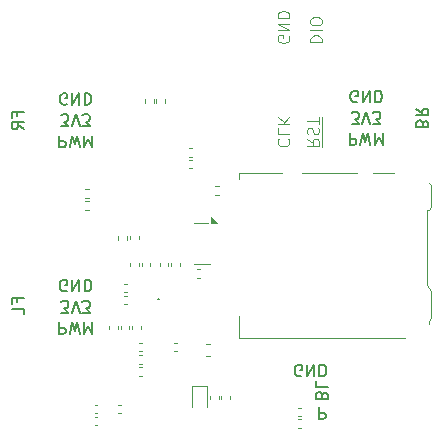
<source format=gbr>
%TF.GenerationSoftware,KiCad,Pcbnew,9.0.1*%
%TF.CreationDate,2025-05-02T13:40:16-04:00*%
%TF.ProjectId,Control Board V2,436f6e74-726f-46c2-9042-6f6172642056,rev?*%
%TF.SameCoordinates,Original*%
%TF.FileFunction,Legend,Bot*%
%TF.FilePolarity,Positive*%
%FSLAX46Y46*%
G04 Gerber Fmt 4.6, Leading zero omitted, Abs format (unit mm)*
G04 Created by KiCad (PCBNEW 9.0.1) date 2025-05-02 13:40:16*
%MOMM*%
%LPD*%
G01*
G04 APERTURE LIST*
%ADD10C,0.200000*%
%ADD11C,0.125000*%
%ADD12C,0.120000*%
G04 APERTURE END LIST*
D10*
X61369673Y-121132780D02*
X61369673Y-122132780D01*
X61369673Y-122132780D02*
X61750625Y-122132780D01*
X61750625Y-122132780D02*
X61845863Y-122085161D01*
X61845863Y-122085161D02*
X61893482Y-122037542D01*
X61893482Y-122037542D02*
X61941101Y-121942304D01*
X61941101Y-121942304D02*
X61941101Y-121799447D01*
X61941101Y-121799447D02*
X61893482Y-121704209D01*
X61893482Y-121704209D02*
X61845863Y-121656590D01*
X61845863Y-121656590D02*
X61750625Y-121608971D01*
X61750625Y-121608971D02*
X61369673Y-121608971D01*
X62274435Y-122132780D02*
X62512530Y-121132780D01*
X62512530Y-121132780D02*
X62703006Y-121847066D01*
X62703006Y-121847066D02*
X62893482Y-121132780D01*
X62893482Y-121132780D02*
X63131578Y-122132780D01*
X63512530Y-121132780D02*
X63512530Y-122132780D01*
X63512530Y-122132780D02*
X63845863Y-121418495D01*
X63845863Y-121418495D02*
X64179196Y-122132780D01*
X64179196Y-122132780D02*
X64179196Y-121132780D01*
X62012530Y-118485161D02*
X61917292Y-118532780D01*
X61917292Y-118532780D02*
X61774435Y-118532780D01*
X61774435Y-118532780D02*
X61631578Y-118485161D01*
X61631578Y-118485161D02*
X61536340Y-118389923D01*
X61536340Y-118389923D02*
X61488721Y-118294685D01*
X61488721Y-118294685D02*
X61441102Y-118104209D01*
X61441102Y-118104209D02*
X61441102Y-117961352D01*
X61441102Y-117961352D02*
X61488721Y-117770876D01*
X61488721Y-117770876D02*
X61536340Y-117675638D01*
X61536340Y-117675638D02*
X61631578Y-117580400D01*
X61631578Y-117580400D02*
X61774435Y-117532780D01*
X61774435Y-117532780D02*
X61869673Y-117532780D01*
X61869673Y-117532780D02*
X62012530Y-117580400D01*
X62012530Y-117580400D02*
X62060149Y-117628019D01*
X62060149Y-117628019D02*
X62060149Y-117961352D01*
X62060149Y-117961352D02*
X61869673Y-117961352D01*
X62488721Y-117532780D02*
X62488721Y-118532780D01*
X62488721Y-118532780D02*
X63060149Y-117532780D01*
X63060149Y-117532780D02*
X63060149Y-118532780D01*
X63536340Y-117532780D02*
X63536340Y-118532780D01*
X63536340Y-118532780D02*
X63774435Y-118532780D01*
X63774435Y-118532780D02*
X63917292Y-118485161D01*
X63917292Y-118485161D02*
X64012530Y-118389923D01*
X64012530Y-118389923D02*
X64060149Y-118294685D01*
X64060149Y-118294685D02*
X64107768Y-118104209D01*
X64107768Y-118104209D02*
X64107768Y-117961352D01*
X64107768Y-117961352D02*
X64060149Y-117770876D01*
X64060149Y-117770876D02*
X64012530Y-117675638D01*
X64012530Y-117675638D02*
X63917292Y-117580400D01*
X63917292Y-117580400D02*
X63774435Y-117532780D01*
X63774435Y-117532780D02*
X63536340Y-117532780D01*
X92156590Y-104296993D02*
X92108971Y-104154136D01*
X92108971Y-104154136D02*
X92061352Y-104106517D01*
X92061352Y-104106517D02*
X91966114Y-104058898D01*
X91966114Y-104058898D02*
X91823257Y-104058898D01*
X91823257Y-104058898D02*
X91728019Y-104106517D01*
X91728019Y-104106517D02*
X91680400Y-104154136D01*
X91680400Y-104154136D02*
X91632780Y-104249374D01*
X91632780Y-104249374D02*
X91632780Y-104630326D01*
X91632780Y-104630326D02*
X92632780Y-104630326D01*
X92632780Y-104630326D02*
X92632780Y-104296993D01*
X92632780Y-104296993D02*
X92585161Y-104201755D01*
X92585161Y-104201755D02*
X92537542Y-104154136D01*
X92537542Y-104154136D02*
X92442304Y-104106517D01*
X92442304Y-104106517D02*
X92347066Y-104106517D01*
X92347066Y-104106517D02*
X92251828Y-104154136D01*
X92251828Y-104154136D02*
X92204209Y-104201755D01*
X92204209Y-104201755D02*
X92156590Y-104296993D01*
X92156590Y-104296993D02*
X92156590Y-104630326D01*
X91632780Y-103058898D02*
X92108971Y-103392231D01*
X91632780Y-103630326D02*
X92632780Y-103630326D01*
X92632780Y-103630326D02*
X92632780Y-103249374D01*
X92632780Y-103249374D02*
X92585161Y-103154136D01*
X92585161Y-103154136D02*
X92537542Y-103106517D01*
X92537542Y-103106517D02*
X92442304Y-103058898D01*
X92442304Y-103058898D02*
X92299447Y-103058898D01*
X92299447Y-103058898D02*
X92204209Y-103106517D01*
X92204209Y-103106517D02*
X92156590Y-103154136D01*
X92156590Y-103154136D02*
X92108971Y-103249374D01*
X92108971Y-103249374D02*
X92108971Y-103630326D01*
X81893482Y-125685161D02*
X81798244Y-125732780D01*
X81798244Y-125732780D02*
X81655387Y-125732780D01*
X81655387Y-125732780D02*
X81512530Y-125685161D01*
X81512530Y-125685161D02*
X81417292Y-125589923D01*
X81417292Y-125589923D02*
X81369673Y-125494685D01*
X81369673Y-125494685D02*
X81322054Y-125304209D01*
X81322054Y-125304209D02*
X81322054Y-125161352D01*
X81322054Y-125161352D02*
X81369673Y-124970876D01*
X81369673Y-124970876D02*
X81417292Y-124875638D01*
X81417292Y-124875638D02*
X81512530Y-124780400D01*
X81512530Y-124780400D02*
X81655387Y-124732780D01*
X81655387Y-124732780D02*
X81750625Y-124732780D01*
X81750625Y-124732780D02*
X81893482Y-124780400D01*
X81893482Y-124780400D02*
X81941101Y-124828019D01*
X81941101Y-124828019D02*
X81941101Y-125161352D01*
X81941101Y-125161352D02*
X81750625Y-125161352D01*
X82369673Y-124732780D02*
X82369673Y-125732780D01*
X82369673Y-125732780D02*
X82941101Y-124732780D01*
X82941101Y-124732780D02*
X82941101Y-125732780D01*
X83417292Y-124732780D02*
X83417292Y-125732780D01*
X83417292Y-125732780D02*
X83655387Y-125732780D01*
X83655387Y-125732780D02*
X83798244Y-125685161D01*
X83798244Y-125685161D02*
X83893482Y-125589923D01*
X83893482Y-125589923D02*
X83941101Y-125494685D01*
X83941101Y-125494685D02*
X83988720Y-125304209D01*
X83988720Y-125304209D02*
X83988720Y-125161352D01*
X83988720Y-125161352D02*
X83941101Y-124970876D01*
X83941101Y-124970876D02*
X83893482Y-124875638D01*
X83893482Y-124875638D02*
X83798244Y-124780400D01*
X83798244Y-124780400D02*
X83655387Y-124732780D01*
X83655387Y-124732780D02*
X83417292Y-124732780D01*
X83656590Y-127296993D02*
X83608971Y-127154136D01*
X83608971Y-127154136D02*
X83561352Y-127106517D01*
X83561352Y-127106517D02*
X83466114Y-127058898D01*
X83466114Y-127058898D02*
X83323257Y-127058898D01*
X83323257Y-127058898D02*
X83228019Y-127106517D01*
X83228019Y-127106517D02*
X83180400Y-127154136D01*
X83180400Y-127154136D02*
X83132780Y-127249374D01*
X83132780Y-127249374D02*
X83132780Y-127630326D01*
X83132780Y-127630326D02*
X84132780Y-127630326D01*
X84132780Y-127630326D02*
X84132780Y-127296993D01*
X84132780Y-127296993D02*
X84085161Y-127201755D01*
X84085161Y-127201755D02*
X84037542Y-127154136D01*
X84037542Y-127154136D02*
X83942304Y-127106517D01*
X83942304Y-127106517D02*
X83847066Y-127106517D01*
X83847066Y-127106517D02*
X83751828Y-127154136D01*
X83751828Y-127154136D02*
X83704209Y-127201755D01*
X83704209Y-127201755D02*
X83656590Y-127296993D01*
X83656590Y-127296993D02*
X83656590Y-127630326D01*
X83132780Y-126154136D02*
X83132780Y-126630326D01*
X83132780Y-126630326D02*
X84132780Y-126630326D01*
D11*
X80831261Y-96905859D02*
X80878880Y-97001097D01*
X80878880Y-97001097D02*
X80878880Y-97143954D01*
X80878880Y-97143954D02*
X80831261Y-97286811D01*
X80831261Y-97286811D02*
X80736023Y-97382049D01*
X80736023Y-97382049D02*
X80640785Y-97429668D01*
X80640785Y-97429668D02*
X80450309Y-97477287D01*
X80450309Y-97477287D02*
X80307452Y-97477287D01*
X80307452Y-97477287D02*
X80116976Y-97429668D01*
X80116976Y-97429668D02*
X80021738Y-97382049D01*
X80021738Y-97382049D02*
X79926500Y-97286811D01*
X79926500Y-97286811D02*
X79878880Y-97143954D01*
X79878880Y-97143954D02*
X79878880Y-97048716D01*
X79878880Y-97048716D02*
X79926500Y-96905859D01*
X79926500Y-96905859D02*
X79974119Y-96858240D01*
X79974119Y-96858240D02*
X80307452Y-96858240D01*
X80307452Y-96858240D02*
X80307452Y-97048716D01*
X79878880Y-96429668D02*
X80878880Y-96429668D01*
X80878880Y-96429668D02*
X79878880Y-95858240D01*
X79878880Y-95858240D02*
X80878880Y-95858240D01*
X79878880Y-95382049D02*
X80878880Y-95382049D01*
X80878880Y-95382049D02*
X80878880Y-95143954D01*
X80878880Y-95143954D02*
X80831261Y-95001097D01*
X80831261Y-95001097D02*
X80736023Y-94905859D01*
X80736023Y-94905859D02*
X80640785Y-94858240D01*
X80640785Y-94858240D02*
X80450309Y-94810621D01*
X80450309Y-94810621D02*
X80307452Y-94810621D01*
X80307452Y-94810621D02*
X80116976Y-94858240D01*
X80116976Y-94858240D02*
X80021738Y-94905859D01*
X80021738Y-94905859D02*
X79926500Y-95001097D01*
X79926500Y-95001097D02*
X79878880Y-95143954D01*
X79878880Y-95143954D02*
X79878880Y-95382049D01*
D10*
X62012530Y-102685161D02*
X61917292Y-102732780D01*
X61917292Y-102732780D02*
X61774435Y-102732780D01*
X61774435Y-102732780D02*
X61631578Y-102685161D01*
X61631578Y-102685161D02*
X61536340Y-102589923D01*
X61536340Y-102589923D02*
X61488721Y-102494685D01*
X61488721Y-102494685D02*
X61441102Y-102304209D01*
X61441102Y-102304209D02*
X61441102Y-102161352D01*
X61441102Y-102161352D02*
X61488721Y-101970876D01*
X61488721Y-101970876D02*
X61536340Y-101875638D01*
X61536340Y-101875638D02*
X61631578Y-101780400D01*
X61631578Y-101780400D02*
X61774435Y-101732780D01*
X61774435Y-101732780D02*
X61869673Y-101732780D01*
X61869673Y-101732780D02*
X62012530Y-101780400D01*
X62012530Y-101780400D02*
X62060149Y-101828019D01*
X62060149Y-101828019D02*
X62060149Y-102161352D01*
X62060149Y-102161352D02*
X61869673Y-102161352D01*
X62488721Y-101732780D02*
X62488721Y-102732780D01*
X62488721Y-102732780D02*
X63060149Y-101732780D01*
X63060149Y-101732780D02*
X63060149Y-102732780D01*
X63536340Y-101732780D02*
X63536340Y-102732780D01*
X63536340Y-102732780D02*
X63774435Y-102732780D01*
X63774435Y-102732780D02*
X63917292Y-102685161D01*
X63917292Y-102685161D02*
X64012530Y-102589923D01*
X64012530Y-102589923D02*
X64060149Y-102494685D01*
X64060149Y-102494685D02*
X64107768Y-102304209D01*
X64107768Y-102304209D02*
X64107768Y-102161352D01*
X64107768Y-102161352D02*
X64060149Y-101970876D01*
X64060149Y-101970876D02*
X64012530Y-101875638D01*
X64012530Y-101875638D02*
X63917292Y-101780400D01*
X63917292Y-101780400D02*
X63774435Y-101732780D01*
X63774435Y-101732780D02*
X63536340Y-101732780D01*
X57843409Y-119453006D02*
X57843409Y-119119673D01*
X58367219Y-119119673D02*
X57367219Y-119119673D01*
X57367219Y-119119673D02*
X57367219Y-119595863D01*
X58367219Y-120453006D02*
X58367219Y-119976816D01*
X58367219Y-119976816D02*
X57367219Y-119976816D01*
X61369673Y-105332780D02*
X61369673Y-106332780D01*
X61369673Y-106332780D02*
X61750625Y-106332780D01*
X61750625Y-106332780D02*
X61845863Y-106285161D01*
X61845863Y-106285161D02*
X61893482Y-106237542D01*
X61893482Y-106237542D02*
X61941101Y-106142304D01*
X61941101Y-106142304D02*
X61941101Y-105999447D01*
X61941101Y-105999447D02*
X61893482Y-105904209D01*
X61893482Y-105904209D02*
X61845863Y-105856590D01*
X61845863Y-105856590D02*
X61750625Y-105808971D01*
X61750625Y-105808971D02*
X61369673Y-105808971D01*
X62274435Y-106332780D02*
X62512530Y-105332780D01*
X62512530Y-105332780D02*
X62703006Y-106047066D01*
X62703006Y-106047066D02*
X62893482Y-105332780D01*
X62893482Y-105332780D02*
X63131578Y-106332780D01*
X63512530Y-105332780D02*
X63512530Y-106332780D01*
X63512530Y-106332780D02*
X63845863Y-105618495D01*
X63845863Y-105618495D02*
X64179196Y-106332780D01*
X64179196Y-106332780D02*
X64179196Y-105332780D01*
D11*
X82628880Y-97429668D02*
X83628880Y-97429668D01*
X83628880Y-97429668D02*
X83628880Y-97191573D01*
X83628880Y-97191573D02*
X83581261Y-97048716D01*
X83581261Y-97048716D02*
X83486023Y-96953478D01*
X83486023Y-96953478D02*
X83390785Y-96905859D01*
X83390785Y-96905859D02*
X83200309Y-96858240D01*
X83200309Y-96858240D02*
X83057452Y-96858240D01*
X83057452Y-96858240D02*
X82866976Y-96905859D01*
X82866976Y-96905859D02*
X82771738Y-96953478D01*
X82771738Y-96953478D02*
X82676500Y-97048716D01*
X82676500Y-97048716D02*
X82628880Y-97191573D01*
X82628880Y-97191573D02*
X82628880Y-97429668D01*
X82628880Y-96429668D02*
X83628880Y-96429668D01*
X83628880Y-95763002D02*
X83628880Y-95572526D01*
X83628880Y-95572526D02*
X83581261Y-95477288D01*
X83581261Y-95477288D02*
X83486023Y-95382050D01*
X83486023Y-95382050D02*
X83295547Y-95334431D01*
X83295547Y-95334431D02*
X82962214Y-95334431D01*
X82962214Y-95334431D02*
X82771738Y-95382050D01*
X82771738Y-95382050D02*
X82676500Y-95477288D01*
X82676500Y-95477288D02*
X82628880Y-95572526D01*
X82628880Y-95572526D02*
X82628880Y-95763002D01*
X82628880Y-95763002D02*
X82676500Y-95858240D01*
X82676500Y-95858240D02*
X82771738Y-95953478D01*
X82771738Y-95953478D02*
X82962214Y-96001097D01*
X82962214Y-96001097D02*
X83295547Y-96001097D01*
X83295547Y-96001097D02*
X83486023Y-95953478D01*
X83486023Y-95953478D02*
X83581261Y-95858240D01*
X83581261Y-95858240D02*
X83628880Y-95763002D01*
D10*
X86136340Y-104332780D02*
X86755387Y-104332780D01*
X86755387Y-104332780D02*
X86422054Y-103951828D01*
X86422054Y-103951828D02*
X86564911Y-103951828D01*
X86564911Y-103951828D02*
X86660149Y-103904209D01*
X86660149Y-103904209D02*
X86707768Y-103856590D01*
X86707768Y-103856590D02*
X86755387Y-103761352D01*
X86755387Y-103761352D02*
X86755387Y-103523257D01*
X86755387Y-103523257D02*
X86707768Y-103428019D01*
X86707768Y-103428019D02*
X86660149Y-103380400D01*
X86660149Y-103380400D02*
X86564911Y-103332780D01*
X86564911Y-103332780D02*
X86279197Y-103332780D01*
X86279197Y-103332780D02*
X86183959Y-103380400D01*
X86183959Y-103380400D02*
X86136340Y-103428019D01*
X87041102Y-104332780D02*
X87374435Y-103332780D01*
X87374435Y-103332780D02*
X87707768Y-104332780D01*
X87945864Y-104332780D02*
X88564911Y-104332780D01*
X88564911Y-104332780D02*
X88231578Y-103951828D01*
X88231578Y-103951828D02*
X88374435Y-103951828D01*
X88374435Y-103951828D02*
X88469673Y-103904209D01*
X88469673Y-103904209D02*
X88517292Y-103856590D01*
X88517292Y-103856590D02*
X88564911Y-103761352D01*
X88564911Y-103761352D02*
X88564911Y-103523257D01*
X88564911Y-103523257D02*
X88517292Y-103428019D01*
X88517292Y-103428019D02*
X88469673Y-103380400D01*
X88469673Y-103380400D02*
X88374435Y-103332780D01*
X88374435Y-103332780D02*
X88088721Y-103332780D01*
X88088721Y-103332780D02*
X87993483Y-103380400D01*
X87993483Y-103380400D02*
X87945864Y-103428019D01*
X57843409Y-103703006D02*
X57843409Y-103369673D01*
X58367219Y-103369673D02*
X57367219Y-103369673D01*
X57367219Y-103369673D02*
X57367219Y-103845863D01*
X58367219Y-104798244D02*
X57891028Y-104464911D01*
X58367219Y-104226816D02*
X57367219Y-104226816D01*
X57367219Y-104226816D02*
X57367219Y-104607768D01*
X57367219Y-104607768D02*
X57414838Y-104703006D01*
X57414838Y-104703006D02*
X57462457Y-104750625D01*
X57462457Y-104750625D02*
X57557695Y-104798244D01*
X57557695Y-104798244D02*
X57700552Y-104798244D01*
X57700552Y-104798244D02*
X57795790Y-104750625D01*
X57795790Y-104750625D02*
X57843409Y-104703006D01*
X57843409Y-104703006D02*
X57891028Y-104607768D01*
X57891028Y-104607768D02*
X57891028Y-104226816D01*
X61536340Y-120332780D02*
X62155387Y-120332780D01*
X62155387Y-120332780D02*
X61822054Y-119951828D01*
X61822054Y-119951828D02*
X61964911Y-119951828D01*
X61964911Y-119951828D02*
X62060149Y-119904209D01*
X62060149Y-119904209D02*
X62107768Y-119856590D01*
X62107768Y-119856590D02*
X62155387Y-119761352D01*
X62155387Y-119761352D02*
X62155387Y-119523257D01*
X62155387Y-119523257D02*
X62107768Y-119428019D01*
X62107768Y-119428019D02*
X62060149Y-119380400D01*
X62060149Y-119380400D02*
X61964911Y-119332780D01*
X61964911Y-119332780D02*
X61679197Y-119332780D01*
X61679197Y-119332780D02*
X61583959Y-119380400D01*
X61583959Y-119380400D02*
X61536340Y-119428019D01*
X62441102Y-120332780D02*
X62774435Y-119332780D01*
X62774435Y-119332780D02*
X63107768Y-120332780D01*
X63345864Y-120332780D02*
X63964911Y-120332780D01*
X63964911Y-120332780D02*
X63631578Y-119951828D01*
X63631578Y-119951828D02*
X63774435Y-119951828D01*
X63774435Y-119951828D02*
X63869673Y-119904209D01*
X63869673Y-119904209D02*
X63917292Y-119856590D01*
X63917292Y-119856590D02*
X63964911Y-119761352D01*
X63964911Y-119761352D02*
X63964911Y-119523257D01*
X63964911Y-119523257D02*
X63917292Y-119428019D01*
X63917292Y-119428019D02*
X63869673Y-119380400D01*
X63869673Y-119380400D02*
X63774435Y-119332780D01*
X63774435Y-119332780D02*
X63488721Y-119332780D01*
X63488721Y-119332780D02*
X63393483Y-119380400D01*
X63393483Y-119380400D02*
X63345864Y-119428019D01*
D11*
X82378880Y-105608240D02*
X82855071Y-105941573D01*
X82378880Y-106179668D02*
X83378880Y-106179668D01*
X83378880Y-106179668D02*
X83378880Y-105798716D01*
X83378880Y-105798716D02*
X83331261Y-105703478D01*
X83331261Y-105703478D02*
X83283642Y-105655859D01*
X83283642Y-105655859D02*
X83188404Y-105608240D01*
X83188404Y-105608240D02*
X83045547Y-105608240D01*
X83045547Y-105608240D02*
X82950309Y-105655859D01*
X82950309Y-105655859D02*
X82902690Y-105703478D01*
X82902690Y-105703478D02*
X82855071Y-105798716D01*
X82855071Y-105798716D02*
X82855071Y-106179668D01*
X82426500Y-105227287D02*
X82378880Y-105084430D01*
X82378880Y-105084430D02*
X82378880Y-104846335D01*
X82378880Y-104846335D02*
X82426500Y-104751097D01*
X82426500Y-104751097D02*
X82474119Y-104703478D01*
X82474119Y-104703478D02*
X82569357Y-104655859D01*
X82569357Y-104655859D02*
X82664595Y-104655859D01*
X82664595Y-104655859D02*
X82759833Y-104703478D01*
X82759833Y-104703478D02*
X82807452Y-104751097D01*
X82807452Y-104751097D02*
X82855071Y-104846335D01*
X82855071Y-104846335D02*
X82902690Y-105036811D01*
X82902690Y-105036811D02*
X82950309Y-105132049D01*
X82950309Y-105132049D02*
X82997928Y-105179668D01*
X82997928Y-105179668D02*
X83093166Y-105227287D01*
X83093166Y-105227287D02*
X83188404Y-105227287D01*
X83188404Y-105227287D02*
X83283642Y-105179668D01*
X83283642Y-105179668D02*
X83331261Y-105132049D01*
X83331261Y-105132049D02*
X83378880Y-105036811D01*
X83378880Y-105036811D02*
X83378880Y-104798716D01*
X83378880Y-104798716D02*
X83331261Y-104655859D01*
X83378880Y-104370144D02*
X83378880Y-103798716D01*
X82378880Y-104084430D02*
X83378880Y-104084430D01*
X83656500Y-106317764D02*
X83656500Y-103803478D01*
D10*
X61536340Y-104532780D02*
X62155387Y-104532780D01*
X62155387Y-104532780D02*
X61822054Y-104151828D01*
X61822054Y-104151828D02*
X61964911Y-104151828D01*
X61964911Y-104151828D02*
X62060149Y-104104209D01*
X62060149Y-104104209D02*
X62107768Y-104056590D01*
X62107768Y-104056590D02*
X62155387Y-103961352D01*
X62155387Y-103961352D02*
X62155387Y-103723257D01*
X62155387Y-103723257D02*
X62107768Y-103628019D01*
X62107768Y-103628019D02*
X62060149Y-103580400D01*
X62060149Y-103580400D02*
X61964911Y-103532780D01*
X61964911Y-103532780D02*
X61679197Y-103532780D01*
X61679197Y-103532780D02*
X61583959Y-103580400D01*
X61583959Y-103580400D02*
X61536340Y-103628019D01*
X62441102Y-104532780D02*
X62774435Y-103532780D01*
X62774435Y-103532780D02*
X63107768Y-104532780D01*
X63345864Y-104532780D02*
X63964911Y-104532780D01*
X63964911Y-104532780D02*
X63631578Y-104151828D01*
X63631578Y-104151828D02*
X63774435Y-104151828D01*
X63774435Y-104151828D02*
X63869673Y-104104209D01*
X63869673Y-104104209D02*
X63917292Y-104056590D01*
X63917292Y-104056590D02*
X63964911Y-103961352D01*
X63964911Y-103961352D02*
X63964911Y-103723257D01*
X63964911Y-103723257D02*
X63917292Y-103628019D01*
X63917292Y-103628019D02*
X63869673Y-103580400D01*
X63869673Y-103580400D02*
X63774435Y-103532780D01*
X63774435Y-103532780D02*
X63488721Y-103532780D01*
X63488721Y-103532780D02*
X63393483Y-103580400D01*
X63393483Y-103580400D02*
X63345864Y-103628019D01*
X85969673Y-105132780D02*
X85969673Y-106132780D01*
X85969673Y-106132780D02*
X86350625Y-106132780D01*
X86350625Y-106132780D02*
X86445863Y-106085161D01*
X86445863Y-106085161D02*
X86493482Y-106037542D01*
X86493482Y-106037542D02*
X86541101Y-105942304D01*
X86541101Y-105942304D02*
X86541101Y-105799447D01*
X86541101Y-105799447D02*
X86493482Y-105704209D01*
X86493482Y-105704209D02*
X86445863Y-105656590D01*
X86445863Y-105656590D02*
X86350625Y-105608971D01*
X86350625Y-105608971D02*
X85969673Y-105608971D01*
X86874435Y-106132780D02*
X87112530Y-105132780D01*
X87112530Y-105132780D02*
X87303006Y-105847066D01*
X87303006Y-105847066D02*
X87493482Y-105132780D01*
X87493482Y-105132780D02*
X87731578Y-106132780D01*
X88112530Y-105132780D02*
X88112530Y-106132780D01*
X88112530Y-106132780D02*
X88445863Y-105418495D01*
X88445863Y-105418495D02*
X88779196Y-106132780D01*
X88779196Y-106132780D02*
X88779196Y-105132780D01*
X86612530Y-102485161D02*
X86517292Y-102532780D01*
X86517292Y-102532780D02*
X86374435Y-102532780D01*
X86374435Y-102532780D02*
X86231578Y-102485161D01*
X86231578Y-102485161D02*
X86136340Y-102389923D01*
X86136340Y-102389923D02*
X86088721Y-102294685D01*
X86088721Y-102294685D02*
X86041102Y-102104209D01*
X86041102Y-102104209D02*
X86041102Y-101961352D01*
X86041102Y-101961352D02*
X86088721Y-101770876D01*
X86088721Y-101770876D02*
X86136340Y-101675638D01*
X86136340Y-101675638D02*
X86231578Y-101580400D01*
X86231578Y-101580400D02*
X86374435Y-101532780D01*
X86374435Y-101532780D02*
X86469673Y-101532780D01*
X86469673Y-101532780D02*
X86612530Y-101580400D01*
X86612530Y-101580400D02*
X86660149Y-101628019D01*
X86660149Y-101628019D02*
X86660149Y-101961352D01*
X86660149Y-101961352D02*
X86469673Y-101961352D01*
X87088721Y-101532780D02*
X87088721Y-102532780D01*
X87088721Y-102532780D02*
X87660149Y-101532780D01*
X87660149Y-101532780D02*
X87660149Y-102532780D01*
X88136340Y-101532780D02*
X88136340Y-102532780D01*
X88136340Y-102532780D02*
X88374435Y-102532780D01*
X88374435Y-102532780D02*
X88517292Y-102485161D01*
X88517292Y-102485161D02*
X88612530Y-102389923D01*
X88612530Y-102389923D02*
X88660149Y-102294685D01*
X88660149Y-102294685D02*
X88707768Y-102104209D01*
X88707768Y-102104209D02*
X88707768Y-101961352D01*
X88707768Y-101961352D02*
X88660149Y-101770876D01*
X88660149Y-101770876D02*
X88612530Y-101675638D01*
X88612530Y-101675638D02*
X88517292Y-101580400D01*
X88517292Y-101580400D02*
X88374435Y-101532780D01*
X88374435Y-101532780D02*
X88136340Y-101532780D01*
D11*
X79974119Y-105608240D02*
X79926500Y-105655859D01*
X79926500Y-105655859D02*
X79878880Y-105798716D01*
X79878880Y-105798716D02*
X79878880Y-105893954D01*
X79878880Y-105893954D02*
X79926500Y-106036811D01*
X79926500Y-106036811D02*
X80021738Y-106132049D01*
X80021738Y-106132049D02*
X80116976Y-106179668D01*
X80116976Y-106179668D02*
X80307452Y-106227287D01*
X80307452Y-106227287D02*
X80450309Y-106227287D01*
X80450309Y-106227287D02*
X80640785Y-106179668D01*
X80640785Y-106179668D02*
X80736023Y-106132049D01*
X80736023Y-106132049D02*
X80831261Y-106036811D01*
X80831261Y-106036811D02*
X80878880Y-105893954D01*
X80878880Y-105893954D02*
X80878880Y-105798716D01*
X80878880Y-105798716D02*
X80831261Y-105655859D01*
X80831261Y-105655859D02*
X80783642Y-105608240D01*
X79878880Y-104703478D02*
X79878880Y-105179668D01*
X79878880Y-105179668D02*
X80878880Y-105179668D01*
X79878880Y-104370144D02*
X80878880Y-104370144D01*
X79878880Y-103798716D02*
X80450309Y-104227287D01*
X80878880Y-103798716D02*
X80307452Y-104370144D01*
D10*
X83369673Y-128332780D02*
X83369673Y-129332780D01*
X83369673Y-129332780D02*
X83750625Y-129332780D01*
X83750625Y-129332780D02*
X83845863Y-129285161D01*
X83845863Y-129285161D02*
X83893482Y-129237542D01*
X83893482Y-129237542D02*
X83941101Y-129142304D01*
X83941101Y-129142304D02*
X83941101Y-128999447D01*
X83941101Y-128999447D02*
X83893482Y-128904209D01*
X83893482Y-128904209D02*
X83845863Y-128856590D01*
X83845863Y-128856590D02*
X83750625Y-128808971D01*
X83750625Y-128808971D02*
X83369673Y-128808971D01*
D12*
%TO.C,C11*%
X73287836Y-116640000D02*
X73072164Y-116640000D01*
X73287836Y-117360000D02*
X73072164Y-117360000D01*
%TO.C,R2*%
X67560000Y-121753641D02*
X67560000Y-121446359D01*
X68320000Y-121753641D02*
X68320000Y-121446359D01*
%TO.C,C2*%
X68162164Y-123920000D02*
X68377836Y-123920000D01*
X68162164Y-124640000D02*
X68377836Y-124640000D01*
%TO.C,U5*%
X72765000Y-112720000D02*
X73945000Y-112720000D01*
X72775000Y-116240000D02*
X74175000Y-116240000D01*
X74745000Y-112720000D02*
X74265000Y-112720000D01*
X74265000Y-112240000D01*
X74745000Y-112720000D01*
G36*
X74745000Y-112720000D02*
G01*
X74265000Y-112720000D01*
X74265000Y-112240000D01*
X74745000Y-112720000D01*
G37*
%TO.C,R18*%
X63596359Y-109870000D02*
X63903641Y-109870000D01*
X63596359Y-110630000D02*
X63903641Y-110630000D01*
%TO.C,C30*%
X81642164Y-129360000D02*
X81857836Y-129360000D01*
X81642164Y-130080000D02*
X81857836Y-130080000D01*
%TO.C,C1*%
X66607836Y-128140000D02*
X66392164Y-128140000D01*
X66607836Y-128860000D02*
X66392164Y-128860000D01*
D10*
%TO.C,Y2*%
X69750000Y-119200000D02*
X69750000Y-119200000D01*
X69750000Y-119200000D02*
X69750000Y-119200000D01*
X69850000Y-119200000D02*
X69850000Y-119200000D01*
X69750000Y-119200000D02*
G75*
G02*
X69850000Y-119200000I50000J0D01*
G01*
X69750000Y-119200000D02*
G75*
G02*
X69850000Y-119200000I50000J0D01*
G01*
X69850000Y-119200000D02*
G75*
G02*
X69750000Y-119200000I-50000J0D01*
G01*
D12*
%TO.C,C33*%
X67390000Y-114087836D02*
X67390000Y-113872164D01*
X68110000Y-114087836D02*
X68110000Y-113872164D01*
%TO.C,C25*%
X68390000Y-116142164D02*
X68390000Y-116357836D01*
X69110000Y-116142164D02*
X69110000Y-116357836D01*
%TO.C,R9*%
X75120000Y-127346359D02*
X75120000Y-127653641D01*
X75880000Y-127346359D02*
X75880000Y-127653641D01*
%TO.C,C6*%
X71357836Y-122890000D02*
X71142164Y-122890000D01*
X71357836Y-123610000D02*
X71142164Y-123610000D01*
%TO.C,R7*%
X74903641Y-109620000D02*
X74596359Y-109620000D01*
X74903641Y-110380000D02*
X74596359Y-110380000D01*
%TO.C,C5*%
X68162164Y-122890000D02*
X68377836Y-122890000D01*
X68162164Y-123610000D02*
X68377836Y-123610000D01*
%TO.C,C8*%
X66892164Y-118890000D02*
X67107836Y-118890000D01*
X66892164Y-119610000D02*
X67107836Y-119610000D01*
%TO.C,C35*%
X66580000Y-121707836D02*
X66580000Y-121492164D01*
X67300000Y-121707836D02*
X67300000Y-121492164D01*
%TO.C,R19*%
X63596359Y-110870000D02*
X63903641Y-110870000D01*
X63596359Y-111630000D02*
X63903641Y-111630000D01*
%TO.C,C16*%
X69890000Y-116377836D02*
X69890000Y-116162164D01*
X70610000Y-116377836D02*
X70610000Y-116162164D01*
%TO.C,D5*%
X72640000Y-126520000D02*
X73860000Y-126520000D01*
X72640000Y-128335000D02*
X72640000Y-126520000D01*
X73860000Y-126520000D02*
X73860000Y-128335000D01*
%TO.C,C7*%
X68162164Y-124950000D02*
X68377836Y-124950000D01*
X68162164Y-125670000D02*
X68377836Y-125670000D01*
%TO.C,R22*%
X66370000Y-114153641D02*
X66370000Y-113846359D01*
X67130000Y-114153641D02*
X67130000Y-113846359D01*
%TO.C,R21*%
X68620000Y-102246359D02*
X68620000Y-102553641D01*
X69380000Y-102246359D02*
X69380000Y-102553641D01*
%TO.C,C3*%
X64607836Y-128140000D02*
X64392164Y-128140000D01*
X64607836Y-128860000D02*
X64392164Y-128860000D01*
%TO.C,C4*%
X64607836Y-129140000D02*
X64392164Y-129140000D01*
X64607836Y-129860000D02*
X64392164Y-129860000D01*
%TO.C,C31*%
X81642164Y-128390000D02*
X81857836Y-128390000D01*
X81642164Y-129110000D02*
X81857836Y-129110000D01*
%TO.C,C23*%
X72392164Y-106390000D02*
X72607836Y-106390000D01*
X72392164Y-107110000D02*
X72607836Y-107110000D01*
%TO.C,J2*%
X76615000Y-108525000D02*
X80225000Y-108525000D01*
X76615000Y-108975000D02*
X76615000Y-108525000D01*
X76615000Y-120575000D02*
X76615000Y-122495000D01*
X76615000Y-122495000D02*
X90625000Y-122495000D01*
X81925000Y-108525000D02*
X86625000Y-108525000D01*
X87925000Y-108525000D02*
X89725000Y-108525000D01*
X92535000Y-111625000D02*
X92535000Y-117995000D01*
X92535000Y-111625000D02*
X92685000Y-111625000D01*
X92685000Y-121015000D02*
X92685000Y-121275000D01*
X92885000Y-109555000D02*
X92685000Y-109355000D01*
X92885000Y-109555000D02*
X92885000Y-111415000D01*
X92885000Y-111415000D02*
X92685000Y-111625000D01*
X92885000Y-118505000D02*
X92535000Y-117995000D01*
X92885000Y-120815000D02*
X92685000Y-121015000D01*
X92885000Y-120815000D02*
X92885000Y-118505000D01*
%TO.C,R20*%
X69620000Y-102246359D02*
X69620000Y-102553641D01*
X70380000Y-102246359D02*
X70380000Y-102553641D01*
%TO.C,C17*%
X70890000Y-116357836D02*
X70890000Y-116142164D01*
X71610000Y-116357836D02*
X71610000Y-116142164D01*
%TO.C,C22*%
X72392164Y-107390000D02*
X72607836Y-107390000D01*
X72392164Y-108110000D02*
X72607836Y-108110000D01*
%TO.C,FB1*%
X73837221Y-122990000D02*
X74162779Y-122990000D01*
X73837221Y-124010000D02*
X74162779Y-124010000D01*
%TO.C,C36*%
X65640000Y-121707836D02*
X65640000Y-121492164D01*
X66360000Y-121707836D02*
X66360000Y-121492164D01*
%TO.C,C9*%
X66892164Y-117890000D02*
X67107836Y-117890000D01*
X66892164Y-118610000D02*
X67107836Y-118610000D01*
%TO.C,C24*%
X67390000Y-116142164D02*
X67390000Y-116357836D01*
X68110000Y-116142164D02*
X68110000Y-116357836D01*
%TO.C,R8*%
X74120000Y-127346359D02*
X74120000Y-127653641D01*
X74880000Y-127346359D02*
X74880000Y-127653641D01*
%TD*%
M02*

</source>
